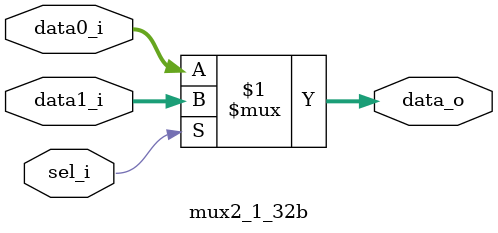
<source format=sv>
module pc_plus_4(
  input  logic [31:0] pc_i ,
  output logic [31:0] pc4_o
);
  assign pc4_o = pc_i + 4;

endmodule: pc_plus_4

///////////////////////////////////////////////////////////////////////////

module PC_block
(
  input  logic  clk_i ,
  input  logic  rst_ni ,
  input  logic  en_i ,
  input  logic  br_sel_i ,
  
  input  logic [31:0] alu_data_i ,
  output logic [31:0] pc4_o,
  output logic [31:0] pc_o
);
  
  logic [31:0] pc4 ;
  logic [31:0] nxt_pc ;
  
  assign pc4_o = pc4 ;
  
  pc_plus_4 PC_PLUS_4( 
    .pc_i ( pc_o ),
    .pc4_o( pc4  ));
  
  mux2_1_32b PC_MUX (
    .data0_i( pc4        ),
    .data1_i( alu_data_i ),
    .sel_i  ( br_sel_i   ),
    .data_o ( nxt_pc     ));

  always_ff @( posedge clk_i, negedge rst_ni ) begin : PC_FF
     if   ( !rst_ni ) pc_o <=  32'b0;
     else if ( en_i ) pc_o <= nxt_pc;
     end
  
  initial begin
    pc_o = 0; 
  end
  
endmodule: PC_block

///////////////////////////////////////////////////////////////////////////

module mux2_1_32b
(
  input  logic  sel_i ,

  input  logic [31:0] data0_i ,
  input  logic [31:0] data1_i ,

  output logic [31:0] data_o
);

  assign data_o = (sel_i) ? data1_i : data0_i ;
  
endmodule: mux2_1_32b

</source>
